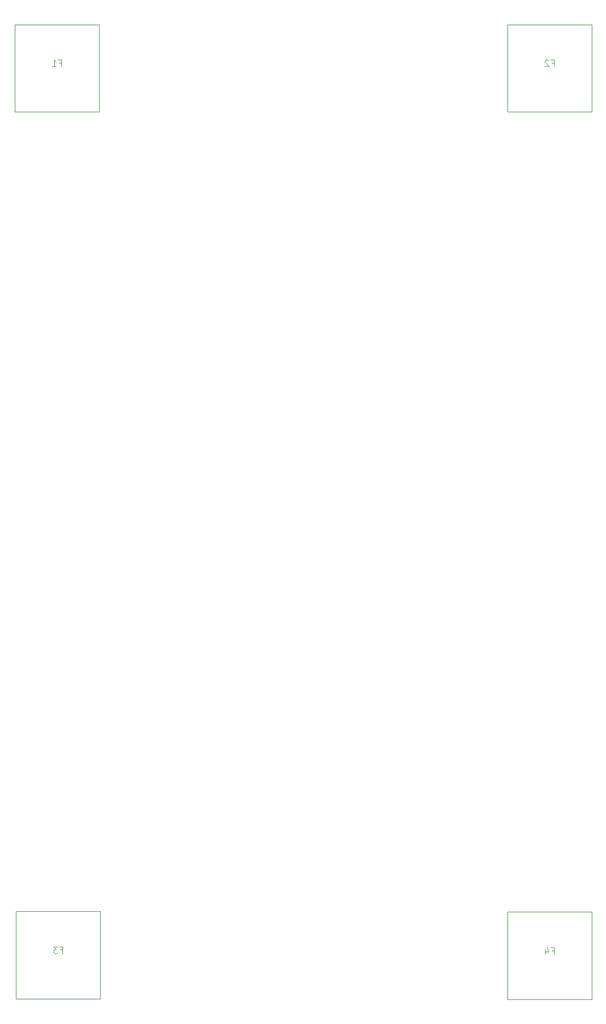
<source format=gbr>
%TF.GenerationSoftware,KiCad,Pcbnew,9.0.6*%
%TF.CreationDate,2026-01-21T03:12:50+11:00*%
%TF.ProjectId,pattern-sequencer,70617474-6572-46e2-9d73-657175656e63,rev?*%
%TF.SameCoordinates,Original*%
%TF.FileFunction,Legend,Bot*%
%TF.FilePolarity,Positive*%
%FSLAX46Y46*%
G04 Gerber Fmt 4.6, Leading zero omitted, Abs format (unit mm)*
G04 Created by KiCad (PCBNEW 9.0.6) date 2026-01-21 03:12:50*
%MOMM*%
%LPD*%
G01*
G04 APERTURE LIST*
%ADD10C,0.100000*%
G04 APERTURE END LIST*
D10*
X68533333Y-28033609D02*
X68866666Y-28033609D01*
X68866666Y-28557419D02*
X68866666Y-27557419D01*
X68866666Y-27557419D02*
X68390476Y-27557419D01*
X67485714Y-28557419D02*
X68057142Y-28557419D01*
X67771428Y-28557419D02*
X67771428Y-27557419D01*
X67771428Y-27557419D02*
X67866666Y-27700276D01*
X67866666Y-27700276D02*
X67961904Y-27795514D01*
X67961904Y-27795514D02*
X68057142Y-27843133D01*
X144733333Y-165233609D02*
X145066666Y-165233609D01*
X145066666Y-165757419D02*
X145066666Y-164757419D01*
X145066666Y-164757419D02*
X144590476Y-164757419D01*
X143780952Y-165090752D02*
X143780952Y-165757419D01*
X144019047Y-164709800D02*
X144257142Y-165424085D01*
X144257142Y-165424085D02*
X143638095Y-165424085D01*
X144733333Y-28033609D02*
X145066666Y-28033609D01*
X145066666Y-28557419D02*
X145066666Y-27557419D01*
X145066666Y-27557419D02*
X144590476Y-27557419D01*
X144257142Y-27652657D02*
X144209523Y-27605038D01*
X144209523Y-27605038D02*
X144114285Y-27557419D01*
X144114285Y-27557419D02*
X143876190Y-27557419D01*
X143876190Y-27557419D02*
X143780952Y-27605038D01*
X143780952Y-27605038D02*
X143733333Y-27652657D01*
X143733333Y-27652657D02*
X143685714Y-27747895D01*
X143685714Y-27747895D02*
X143685714Y-27843133D01*
X143685714Y-27843133D02*
X143733333Y-27985990D01*
X143733333Y-27985990D02*
X144304761Y-28557419D01*
X144304761Y-28557419D02*
X143685714Y-28557419D01*
X68733333Y-165133609D02*
X69066666Y-165133609D01*
X69066666Y-165657419D02*
X69066666Y-164657419D01*
X69066666Y-164657419D02*
X68590476Y-164657419D01*
X68304761Y-164657419D02*
X67685714Y-164657419D01*
X67685714Y-164657419D02*
X68019047Y-165038371D01*
X68019047Y-165038371D02*
X67876190Y-165038371D01*
X67876190Y-165038371D02*
X67780952Y-165085990D01*
X67780952Y-165085990D02*
X67733333Y-165133609D01*
X67733333Y-165133609D02*
X67685714Y-165228847D01*
X67685714Y-165228847D02*
X67685714Y-165466942D01*
X67685714Y-165466942D02*
X67733333Y-165562180D01*
X67733333Y-165562180D02*
X67780952Y-165609800D01*
X67780952Y-165609800D02*
X67876190Y-165657419D01*
X67876190Y-165657419D02*
X68161904Y-165657419D01*
X68161904Y-165657419D02*
X68257142Y-165609800D01*
X68257142Y-165609800D02*
X68304761Y-165562180D01*
%TO.C,F1*%
X74700000Y-22100000D02*
X61700000Y-22100000D01*
X61700000Y-35600000D01*
X74700000Y-35600000D01*
X74700000Y-22100000D01*
%TO.C,F4*%
X150900000Y-159300000D02*
X137900000Y-159300000D01*
X137900000Y-172800000D01*
X150900000Y-172800000D01*
X150900000Y-159300000D01*
%TO.C,F2*%
X150900000Y-22100000D02*
X137900000Y-22100000D01*
X137900000Y-35600000D01*
X150900000Y-35600000D01*
X150900000Y-22100000D01*
%TO.C,F3*%
X74900000Y-159200000D02*
X61900000Y-159200000D01*
X61900000Y-172700000D01*
X74900000Y-172700000D01*
X74900000Y-159200000D01*
%TD*%
M02*

</source>
